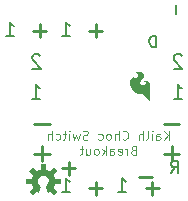
<source format=gbr>
G04 #@! TF.GenerationSoftware,KiCad,Pcbnew,(5.1.2)-1*
G04 #@! TF.CreationDate,2019-10-23T14:11:39-07:00*
G04 #@! TF.ProjectId,SparkFun-Cherry-MX-Switch-Breakout,53706172-6b46-4756-9e2d-436865727279,rev?*
G04 #@! TF.SameCoordinates,Original*
G04 #@! TF.FileFunction,Legend,Bot*
G04 #@! TF.FilePolarity,Positive*
%FSLAX46Y46*%
G04 Gerber Fmt 4.6, Leading zero omitted, Abs format (unit mm)*
G04 Created by KiCad (PCBNEW (5.1.2)-1) date 2019-10-23 14:11:39*
%MOMM*%
%LPD*%
G04 APERTURE LIST*
%ADD10C,0.190500*%
%ADD11C,0.266700*%
%ADD12C,0.228600*%
%ADD13C,0.121920*%
%ADD14C,0.152400*%
%ADD15C,0.150000*%
%ADD16C,0.101600*%
G04 APERTURE END LIST*
D10*
X144185063Y-95644202D02*
X144127610Y-95586750D01*
X144012705Y-95529297D01*
X143725444Y-95529297D01*
X143610539Y-95586750D01*
X143553086Y-95644202D01*
X143495634Y-95759107D01*
X143495634Y-95874011D01*
X143553086Y-96046369D01*
X144242515Y-96735797D01*
X143495634Y-96735797D01*
X143495634Y-99275797D02*
X144185063Y-99275797D01*
X143840348Y-99275797D02*
X143840348Y-98069297D01*
X143955253Y-98241654D01*
X144070158Y-98356559D01*
X144185063Y-98414011D01*
D11*
X145004455Y-101390650D02*
X143717521Y-101390650D01*
X145004455Y-103930650D02*
X143717521Y-103930650D01*
X144360988Y-104574116D02*
X144360988Y-103287183D01*
D10*
X156186865Y-95644202D02*
X156129413Y-95586750D01*
X156014508Y-95529297D01*
X155727246Y-95529297D01*
X155612341Y-95586750D01*
X155554889Y-95644202D01*
X155497436Y-95759107D01*
X155497436Y-95874011D01*
X155554889Y-96046369D01*
X156244317Y-96735797D01*
X155497436Y-96735797D01*
X155497436Y-99275797D02*
X156186865Y-99275797D01*
X155842151Y-99275797D02*
X155842151Y-98069297D01*
X155957055Y-98241654D01*
X156071960Y-98356559D01*
X156186865Y-98414011D01*
D11*
X155964978Y-101390650D02*
X154678045Y-101390650D01*
X155964978Y-103930650D02*
X154678045Y-103930650D01*
X155321511Y-104574116D02*
X155321511Y-103287183D01*
D10*
X146035785Y-107181547D02*
X146725214Y-107181547D01*
X146380500Y-107181547D02*
X146380500Y-105975047D01*
X146495404Y-106147404D01*
X146610309Y-106262309D01*
X146725214Y-106319761D01*
D12*
X149472042Y-106872514D02*
X148368957Y-106872514D01*
X148920500Y-107424057D02*
X148920500Y-106320971D01*
D10*
X150798285Y-107181547D02*
X151487714Y-107181547D01*
X151143000Y-107181547D02*
X151143000Y-105975047D01*
X151257904Y-106147404D01*
X151372809Y-106262309D01*
X151487714Y-106319761D01*
D12*
X154234542Y-106872514D02*
X153131457Y-106872514D01*
X153683000Y-107424057D02*
X153683000Y-106320971D01*
D10*
X141273285Y-93973547D02*
X141962714Y-93973547D01*
X141618000Y-93973547D02*
X141618000Y-92767047D01*
X141732904Y-92939404D01*
X141847809Y-93054309D01*
X141962714Y-93111761D01*
D12*
X144709542Y-93524814D02*
X143606457Y-93524814D01*
X144158000Y-94076357D02*
X144158000Y-92973271D01*
D10*
X146035785Y-93973547D02*
X146725214Y-93973547D01*
X146380500Y-93973547D02*
X146380500Y-92767047D01*
X146495404Y-92939404D01*
X146610309Y-93054309D01*
X146725214Y-93111761D01*
D12*
X149472042Y-93524814D02*
X148368957Y-93524814D01*
X148920500Y-94076357D02*
X148920500Y-92973271D01*
D13*
X155147733Y-102757230D02*
X155147733Y-101985070D01*
X154706499Y-102757230D02*
X155037424Y-102315996D01*
X154706499Y-101985070D02*
X155147733Y-102426304D01*
X154044647Y-102757230D02*
X154044647Y-102352765D01*
X154081417Y-102279226D01*
X154154956Y-102242457D01*
X154302034Y-102242457D01*
X154375573Y-102279226D01*
X154044647Y-102720460D02*
X154118186Y-102757230D01*
X154302034Y-102757230D01*
X154375573Y-102720460D01*
X154412342Y-102646921D01*
X154412342Y-102573382D01*
X154375573Y-102499843D01*
X154302034Y-102463074D01*
X154118186Y-102463074D01*
X154044647Y-102426304D01*
X153676952Y-102757230D02*
X153676952Y-102242457D01*
X153676952Y-101985070D02*
X153713721Y-102021840D01*
X153676952Y-102058609D01*
X153640182Y-102021840D01*
X153676952Y-101985070D01*
X153676952Y-102058609D01*
X153198948Y-102757230D02*
X153272487Y-102720460D01*
X153309257Y-102646921D01*
X153309257Y-101985070D01*
X152904792Y-102757230D02*
X152904792Y-101985070D01*
X152573866Y-102757230D02*
X152573866Y-102352765D01*
X152610636Y-102279226D01*
X152684175Y-102242457D01*
X152794483Y-102242457D01*
X152868022Y-102279226D01*
X152904792Y-102315996D01*
X151176624Y-102683691D02*
X151213394Y-102720460D01*
X151323702Y-102757230D01*
X151397241Y-102757230D01*
X151507550Y-102720460D01*
X151581089Y-102646921D01*
X151617859Y-102573382D01*
X151654628Y-102426304D01*
X151654628Y-102315996D01*
X151617859Y-102168918D01*
X151581089Y-102095379D01*
X151507550Y-102021840D01*
X151397241Y-101985070D01*
X151323702Y-101985070D01*
X151213394Y-102021840D01*
X151176624Y-102058609D01*
X150845699Y-102757230D02*
X150845699Y-101985070D01*
X150514773Y-102757230D02*
X150514773Y-102352765D01*
X150551542Y-102279226D01*
X150625081Y-102242457D01*
X150735390Y-102242457D01*
X150808929Y-102279226D01*
X150845699Y-102315996D01*
X150036769Y-102757230D02*
X150110308Y-102720460D01*
X150147078Y-102683691D01*
X150183847Y-102610152D01*
X150183847Y-102389535D01*
X150147078Y-102315996D01*
X150110308Y-102279226D01*
X150036769Y-102242457D01*
X149926460Y-102242457D01*
X149852921Y-102279226D01*
X149816152Y-102315996D01*
X149779382Y-102389535D01*
X149779382Y-102610152D01*
X149816152Y-102683691D01*
X149852921Y-102720460D01*
X149926460Y-102757230D01*
X150036769Y-102757230D01*
X149117531Y-102720460D02*
X149191070Y-102757230D01*
X149338148Y-102757230D01*
X149411687Y-102720460D01*
X149448457Y-102683691D01*
X149485226Y-102610152D01*
X149485226Y-102389535D01*
X149448457Y-102315996D01*
X149411687Y-102279226D01*
X149338148Y-102242457D01*
X149191070Y-102242457D01*
X149117531Y-102279226D01*
X148235062Y-102720460D02*
X148124754Y-102757230D01*
X147940906Y-102757230D01*
X147867367Y-102720460D01*
X147830598Y-102683691D01*
X147793828Y-102610152D01*
X147793828Y-102536613D01*
X147830598Y-102463074D01*
X147867367Y-102426304D01*
X147940906Y-102389535D01*
X148087984Y-102352765D01*
X148161523Y-102315996D01*
X148198293Y-102279226D01*
X148235062Y-102205687D01*
X148235062Y-102132148D01*
X148198293Y-102058609D01*
X148161523Y-102021840D01*
X148087984Y-101985070D01*
X147904137Y-101985070D01*
X147793828Y-102021840D01*
X147536441Y-102242457D02*
X147389363Y-102757230D01*
X147242285Y-102389535D01*
X147095207Y-102757230D01*
X146948129Y-102242457D01*
X146653973Y-102757230D02*
X146653973Y-102242457D01*
X146653973Y-101985070D02*
X146690742Y-102021840D01*
X146653973Y-102058609D01*
X146617203Y-102021840D01*
X146653973Y-101985070D01*
X146653973Y-102058609D01*
X146396586Y-102242457D02*
X146102430Y-102242457D01*
X146286278Y-101985070D02*
X146286278Y-102646921D01*
X146249508Y-102720460D01*
X146175969Y-102757230D01*
X146102430Y-102757230D01*
X145514118Y-102720460D02*
X145587657Y-102757230D01*
X145734735Y-102757230D01*
X145808274Y-102720460D01*
X145845043Y-102683691D01*
X145881813Y-102610152D01*
X145881813Y-102389535D01*
X145845043Y-102315996D01*
X145808274Y-102279226D01*
X145734735Y-102242457D01*
X145587657Y-102242457D01*
X145514118Y-102279226D01*
X145183192Y-102757230D02*
X145183192Y-101985070D01*
X144852266Y-102757230D02*
X144852266Y-102352765D01*
X144889036Y-102279226D01*
X144962575Y-102242457D01*
X145072883Y-102242457D01*
X145146422Y-102279226D01*
X145183192Y-102315996D01*
X152095862Y-103632925D02*
X151985554Y-103669695D01*
X151948784Y-103706464D01*
X151912015Y-103780003D01*
X151912015Y-103890312D01*
X151948784Y-103963851D01*
X151985554Y-104000620D01*
X152059093Y-104037390D01*
X152353249Y-104037390D01*
X152353249Y-103265230D01*
X152095862Y-103265230D01*
X152022323Y-103302000D01*
X151985554Y-103338769D01*
X151948784Y-103412308D01*
X151948784Y-103485847D01*
X151985554Y-103559386D01*
X152022323Y-103596156D01*
X152095862Y-103632925D01*
X152353249Y-103632925D01*
X151581089Y-104037390D02*
X151581089Y-103522617D01*
X151581089Y-103669695D02*
X151544320Y-103596156D01*
X151507550Y-103559386D01*
X151434011Y-103522617D01*
X151360472Y-103522617D01*
X150808929Y-104000620D02*
X150882468Y-104037390D01*
X151029546Y-104037390D01*
X151103085Y-104000620D01*
X151139855Y-103927081D01*
X151139855Y-103632925D01*
X151103085Y-103559386D01*
X151029546Y-103522617D01*
X150882468Y-103522617D01*
X150808929Y-103559386D01*
X150772160Y-103632925D01*
X150772160Y-103706464D01*
X151139855Y-103780003D01*
X150110308Y-104037390D02*
X150110308Y-103632925D01*
X150147078Y-103559386D01*
X150220617Y-103522617D01*
X150367695Y-103522617D01*
X150441234Y-103559386D01*
X150110308Y-104000620D02*
X150183847Y-104037390D01*
X150367695Y-104037390D01*
X150441234Y-104000620D01*
X150478003Y-103927081D01*
X150478003Y-103853542D01*
X150441234Y-103780003D01*
X150367695Y-103743234D01*
X150183847Y-103743234D01*
X150110308Y-103706464D01*
X149742613Y-104037390D02*
X149742613Y-103265230D01*
X149669074Y-103743234D02*
X149448457Y-104037390D01*
X149448457Y-103522617D02*
X149742613Y-103816773D01*
X149007222Y-104037390D02*
X149080761Y-104000620D01*
X149117531Y-103963851D01*
X149154300Y-103890312D01*
X149154300Y-103669695D01*
X149117531Y-103596156D01*
X149080761Y-103559386D01*
X149007222Y-103522617D01*
X148896914Y-103522617D01*
X148823375Y-103559386D01*
X148786605Y-103596156D01*
X148749836Y-103669695D01*
X148749836Y-103890312D01*
X148786605Y-103963851D01*
X148823375Y-104000620D01*
X148896914Y-104037390D01*
X149007222Y-104037390D01*
X148087984Y-103522617D02*
X148087984Y-104037390D01*
X148418910Y-103522617D02*
X148418910Y-103927081D01*
X148382140Y-104000620D01*
X148308601Y-104037390D01*
X148198293Y-104037390D01*
X148124754Y-104000620D01*
X148087984Y-103963851D01*
X147830598Y-103522617D02*
X147536441Y-103522617D01*
X147720289Y-103265230D02*
X147720289Y-103927081D01*
X147683520Y-104000620D01*
X147609980Y-104037390D01*
X147536441Y-104037390D01*
D14*
X155289247Y-105542038D02*
X155610980Y-105082419D01*
X155840790Y-105542038D02*
X155840790Y-104576838D01*
X155473095Y-104576838D01*
X155381171Y-104622800D01*
X155335209Y-104668761D01*
X155289247Y-104760685D01*
X155289247Y-104898571D01*
X155335209Y-104990495D01*
X155381171Y-105036457D01*
X155473095Y-105082419D01*
X155840790Y-105082419D01*
X154002790Y-94919238D02*
X154002790Y-93954038D01*
X153772980Y-93954038D01*
X153635095Y-94000000D01*
X153543171Y-94091923D01*
X153497209Y-94183847D01*
X153451247Y-94367695D01*
X153451247Y-94505580D01*
X153497209Y-94689428D01*
X153543171Y-94781352D01*
X153635095Y-94873276D01*
X153772980Y-94919238D01*
X154002790Y-94919238D01*
D15*
X155715000Y-92126000D02*
X155715000Y-91364000D01*
D12*
X147157195Y-105183414D02*
X146054110Y-105183414D01*
X146605652Y-105734957D02*
X146605652Y-104631871D01*
X153691890Y-105907314D02*
X152588804Y-105907314D01*
D16*
G36*
X152110000Y-97383000D02*
G01*
X152110000Y-97473000D01*
X152120000Y-97503000D01*
X152130000Y-97523000D01*
X152160000Y-97553000D01*
X152190000Y-97563000D01*
X152220000Y-97563000D01*
X152300000Y-97543000D01*
X152340000Y-97523000D01*
X152370000Y-97503000D01*
X152410000Y-97473000D01*
X152470000Y-97413000D01*
X152510000Y-97353000D01*
X152520000Y-97313000D01*
X152520000Y-97253000D01*
X152510000Y-97223000D01*
X152500000Y-97203000D01*
X152480000Y-97173000D01*
X152440000Y-97143000D01*
X152400000Y-97123000D01*
X152350000Y-97113000D01*
X152310000Y-97103000D01*
X152250000Y-97103000D01*
X152230000Y-97113000D01*
X152220000Y-97113000D01*
X152230000Y-97103000D01*
X152270000Y-97073000D01*
X152410000Y-97003000D01*
X152500000Y-96983000D01*
X152600000Y-96983000D01*
X152710000Y-97003000D01*
X152820000Y-97063000D01*
X152910000Y-97133000D01*
X152960000Y-97213000D01*
X152990000Y-97303000D01*
X152990000Y-97383000D01*
X152970000Y-97473000D01*
X152920000Y-97563000D01*
X152850000Y-97643000D01*
X152770000Y-97733000D01*
X152700000Y-97803000D01*
X152670000Y-97883000D01*
X152670000Y-97953000D01*
X152690000Y-98013000D01*
X152730000Y-98063000D01*
X152790000Y-98103000D01*
X152870000Y-98123000D01*
X152950000Y-98123000D01*
X153000000Y-98113000D01*
X153050000Y-98093000D01*
X153110000Y-98033000D01*
X153130000Y-98003000D01*
X153140000Y-97973000D01*
X153140000Y-97933000D01*
X153130000Y-97903000D01*
X153070000Y-97843000D01*
X153040000Y-97833000D01*
X153000000Y-97813000D01*
X152990000Y-97803000D01*
X153030000Y-97783000D01*
X153150000Y-97783000D01*
X153210000Y-97793000D01*
X153260000Y-97803000D01*
X153310000Y-97823000D01*
X153350000Y-97853000D01*
X153400000Y-97893000D01*
X153460000Y-97993000D01*
X153480000Y-98063000D01*
X153490000Y-98143000D01*
X153490000Y-99513000D01*
X153440000Y-99463000D01*
X153410000Y-99413000D01*
X153360000Y-99363000D01*
X153310000Y-99303000D01*
X153190000Y-99183000D01*
X153070000Y-99043000D01*
X152970000Y-98943000D01*
X152870000Y-98883000D01*
X152810000Y-98873000D01*
X152620000Y-98873000D01*
X152500000Y-98853000D01*
X152390000Y-98823000D01*
X152290000Y-98783000D01*
X152190000Y-98723000D01*
X152110000Y-98653000D01*
X152030000Y-98573000D01*
X151960000Y-98483000D01*
X151860000Y-98303000D01*
X151810000Y-98113000D01*
X151800000Y-97943000D01*
X151830000Y-97783000D01*
X151880000Y-97633000D01*
X151950000Y-97523000D01*
X152030000Y-97433000D01*
X152110000Y-97383000D01*
G37*
G36*
X144080800Y-107239300D02*
G01*
X143929000Y-107161100D01*
X143552000Y-107468500D01*
X143293500Y-107210000D01*
X143600900Y-106833000D01*
X143470600Y-106518500D01*
X142986700Y-106469300D01*
X142986700Y-106103700D01*
X143470600Y-106054500D01*
X143600900Y-105740000D01*
X143293500Y-105363000D01*
X143552000Y-105104500D01*
X143929000Y-105411900D01*
X144080836Y-105333683D01*
X144243500Y-105281600D01*
X144292700Y-104797700D01*
X144658300Y-104797700D01*
X144707500Y-105281600D01*
X145022000Y-105411900D01*
X145399000Y-105104500D01*
X145657500Y-105363000D01*
X145350100Y-105740000D01*
X145480400Y-106054500D01*
X145964300Y-106103700D01*
X145964300Y-106469300D01*
X145480400Y-106518500D01*
X145350100Y-106833000D01*
X145657500Y-107210000D01*
X145399000Y-107468500D01*
X145022000Y-107161100D01*
X144947721Y-107203347D01*
X144870200Y-107239300D01*
X144654900Y-106719600D01*
X144654899Y-106719600D01*
X144807000Y-106617993D01*
X144944300Y-106286500D01*
X144922139Y-106144179D01*
X144857809Y-106015307D01*
X144757385Y-105912053D01*
X144630349Y-105844167D01*
X144488699Y-105818061D01*
X144345809Y-105836198D01*
X144215174Y-105896867D01*
X144109128Y-105994339D01*
X144037686Y-106119409D01*
X144007594Y-106260266D01*
X144021694Y-106403611D01*
X144078654Y-106535906D01*
X144173095Y-106644659D01*
X144296100Y-106719600D01*
X144080800Y-107239300D01*
G37*
M02*

</source>
